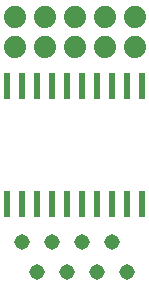
<source format=gbs>
G75*
%MOIN*%
%OFA0B0*%
%FSLAX24Y24*%
%IPPOS*%
%LPD*%
%AMOC8*
5,1,8,0,0,1.08239X$1,22.5*
%
%ADD10C,0.0515*%
%ADD11R,0.0236X0.0866*%
%ADD12C,0.0740*%
D10*
X001550Y001517D03*
X001050Y002517D03*
X002050Y002517D03*
X002550Y001517D03*
X003050Y002517D03*
X003550Y001517D03*
X004050Y002517D03*
X004550Y001517D03*
D11*
X004550Y003798D03*
X004050Y003798D03*
X003550Y003798D03*
X003050Y003798D03*
X002550Y003798D03*
X002050Y003798D03*
X001550Y003798D03*
X001050Y003798D03*
X000550Y003798D03*
X000550Y007735D03*
X001050Y007735D03*
X001550Y007735D03*
X002050Y007735D03*
X002550Y007735D03*
X003050Y007735D03*
X003550Y007735D03*
X004050Y007735D03*
X004550Y007735D03*
X005050Y007735D03*
X005050Y003798D03*
D12*
X004800Y009017D03*
X004800Y010017D03*
X003800Y010017D03*
X003800Y009017D03*
X002800Y009017D03*
X002800Y010017D03*
X001800Y010017D03*
X001800Y009017D03*
X000800Y009017D03*
X000800Y010017D03*
M02*

</source>
